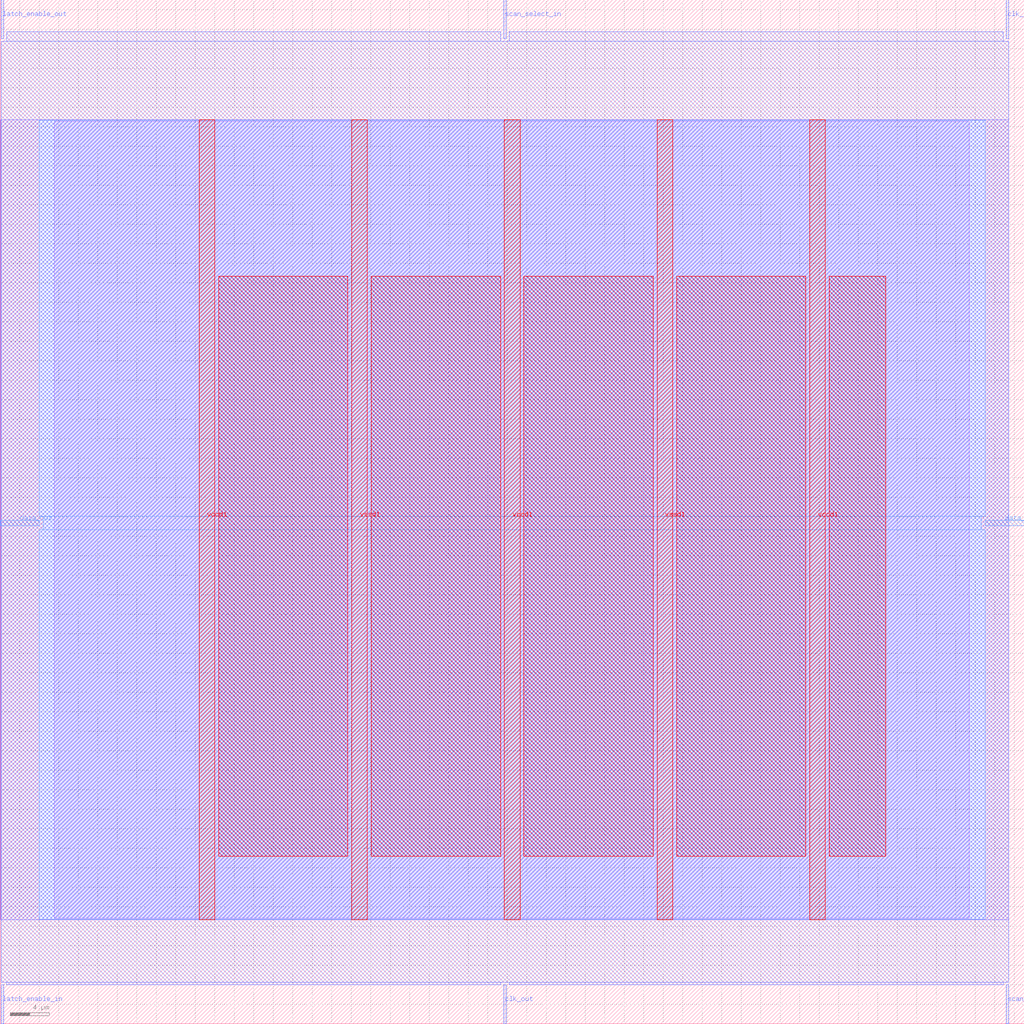
<source format=lef>
VERSION 5.7 ;
  NOWIREEXTENSIONATPIN ON ;
  DIVIDERCHAR "/" ;
  BUSBITCHARS "[]" ;
MACRO scan_wrapper_341063825089364563
  CLASS BLOCK ;
  FOREIGN scan_wrapper_341063825089364563 ;
  ORIGIN 0.000 0.000 ;
  SIZE 105.000 BY 105.000 ;
  PIN clk_in
    DIRECTION INPUT ;
    USE SIGNAL ;
    PORT
      LAYER met2 ;
        RECT 103.130 101.000 103.410 105.000 ;
    END
  END clk_in
  PIN clk_out
    DIRECTION OUTPUT TRISTATE ;
    USE SIGNAL ;
    PORT
      LAYER met2 ;
        RECT 51.610 0.000 51.890 4.000 ;
    END
  END clk_out
  PIN data_in
    DIRECTION INPUT ;
    USE SIGNAL ;
    PORT
      LAYER met3 ;
        RECT 101.000 51.040 105.000 51.640 ;
    END
  END data_in
  PIN data_out
    DIRECTION OUTPUT TRISTATE ;
    USE SIGNAL ;
    PORT
      LAYER met3 ;
        RECT 0.000 51.040 4.000 51.640 ;
    END
  END data_out
  PIN latch_enable_in
    DIRECTION INPUT ;
    USE SIGNAL ;
    PORT
      LAYER met2 ;
        RECT 0.090 0.000 0.370 4.000 ;
    END
  END latch_enable_in
  PIN latch_enable_out
    DIRECTION OUTPUT TRISTATE ;
    USE SIGNAL ;
    PORT
      LAYER met2 ;
        RECT 0.090 101.000 0.370 105.000 ;
    END
  END latch_enable_out
  PIN scan_select_in
    DIRECTION INPUT ;
    USE SIGNAL ;
    PORT
      LAYER met2 ;
        RECT 51.610 101.000 51.890 105.000 ;
    END
  END scan_select_in
  PIN scan_select_out
    DIRECTION OUTPUT TRISTATE ;
    USE SIGNAL ;
    PORT
      LAYER met2 ;
        RECT 103.130 0.000 103.410 4.000 ;
    END
  END scan_select_out
  PIN vccd1
    DIRECTION INPUT ;
    USE POWER ;
    PORT
      LAYER met4 ;
        RECT 20.380 10.640 21.980 92.720 ;
    END
    PORT
      LAYER met4 ;
        RECT 51.700 10.640 53.300 92.720 ;
    END
    PORT
      LAYER met4 ;
        RECT 83.020 10.640 84.620 92.720 ;
    END
  END vccd1
  PIN vssd1
    DIRECTION INPUT ;
    USE GROUND ;
    PORT
      LAYER met4 ;
        RECT 36.040 10.640 37.640 92.720 ;
    END
    PORT
      LAYER met4 ;
        RECT 67.360 10.640 68.960 92.720 ;
    END
  END vssd1
  OBS
      LAYER li1 ;
        RECT 5.520 10.795 99.360 92.565 ;
      LAYER met1 ;
        RECT 0.070 10.640 103.430 92.720 ;
      LAYER met2 ;
        RECT 0.650 100.720 51.330 101.730 ;
        RECT 52.170 100.720 102.850 101.730 ;
        RECT 0.100 4.280 103.400 100.720 ;
        RECT 0.650 4.000 51.330 4.280 ;
        RECT 52.170 4.000 102.850 4.280 ;
      LAYER met3 ;
        RECT 4.000 52.040 101.000 92.645 ;
        RECT 4.400 50.640 100.600 52.040 ;
        RECT 4.000 10.715 101.000 50.640 ;
      LAYER met4 ;
        RECT 22.380 17.175 35.640 76.665 ;
        RECT 38.040 17.175 51.300 76.665 ;
        RECT 53.700 17.175 66.960 76.665 ;
        RECT 69.360 17.175 82.620 76.665 ;
        RECT 85.020 17.175 90.785 76.665 ;
  END
END scan_wrapper_341063825089364563
END LIBRARY


</source>
